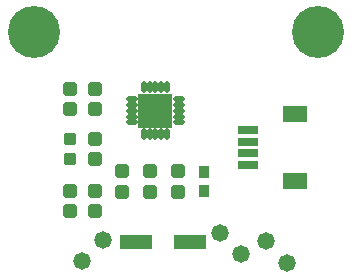
<source format=gts>
G04 Layer_Color=8388736*
%FSLAX44Y44*%
%MOMM*%
G71*
G01*
G75*
G04:AMPARAMS|DCode=28|XSize=1.0032mm|YSize=1.0032mm|CornerRadius=0.2016mm|HoleSize=0mm|Usage=FLASHONLY|Rotation=270.000|XOffset=0mm|YOffset=0mm|HoleType=Round|Shape=RoundedRectangle|*
%AMROUNDEDRECTD28*
21,1,1.0032,0.6000,0,0,270.0*
21,1,0.6000,1.0032,0,0,270.0*
1,1,0.4032,-0.3000,-0.3000*
1,1,0.4032,-0.3000,0.3000*
1,1,0.4032,0.3000,0.3000*
1,1,0.4032,0.3000,-0.3000*
%
%ADD28ROUNDEDRECTD28*%
%ADD29R,0.9032X1.0532*%
G04:AMPARAMS|DCode=30|XSize=1.2032mm|YSize=1.1032mm|CornerRadius=0.2141mm|HoleSize=0mm|Usage=FLASHONLY|Rotation=180.000|XOffset=0mm|YOffset=0mm|HoleType=Round|Shape=RoundedRectangle|*
%AMROUNDEDRECTD30*
21,1,1.2032,0.6750,0,0,180.0*
21,1,0.7750,1.1032,0,0,180.0*
1,1,0.4282,-0.3875,0.3375*
1,1,0.4282,0.3875,0.3375*
1,1,0.4282,0.3875,-0.3375*
1,1,0.4282,-0.3875,-0.3375*
%
%ADD30ROUNDEDRECTD30*%
%ADD31R,2.0032X1.4032*%
%ADD32R,1.7532X0.8032*%
%ADD33R,2.9032X2.9032*%
%ADD34O,1.0032X0.4532*%
%ADD35O,0.4532X1.0032*%
%ADD36R,2.7032X1.2032*%
%ADD37C,4.4032*%
%ADD38C,1.4732*%
D28*
X20000Y102250D02*
D03*
Y85250D02*
D03*
D29*
X133750Y58500D02*
D03*
Y74000D02*
D03*
D30*
X111250Y57750D02*
D03*
Y74750D02*
D03*
X87500Y57750D02*
D03*
Y74750D02*
D03*
X41250Y144750D02*
D03*
Y127750D02*
D03*
Y102250D02*
D03*
Y85250D02*
D03*
X63750Y74750D02*
D03*
Y57750D02*
D03*
X41250Y58500D02*
D03*
Y41500D02*
D03*
X20000Y127750D02*
D03*
Y144750D02*
D03*
Y41500D02*
D03*
Y58500D02*
D03*
D31*
X210250Y67000D02*
D03*
Y123000D02*
D03*
D32*
X171250Y80000D02*
D03*
Y90000D02*
D03*
Y100000D02*
D03*
Y110000D02*
D03*
D33*
X92500Y126250D02*
D03*
D34*
X112500Y136250D02*
D03*
Y131250D02*
D03*
Y126250D02*
D03*
Y121250D02*
D03*
Y116250D02*
D03*
X72500D02*
D03*
Y121250D02*
D03*
Y126250D02*
D03*
Y131250D02*
D03*
Y136250D02*
D03*
D35*
X102500Y106250D02*
D03*
X97500D02*
D03*
X92500D02*
D03*
X87500D02*
D03*
X82500D02*
D03*
Y146250D02*
D03*
X87500D02*
D03*
X92500D02*
D03*
X97500D02*
D03*
X102500D02*
D03*
D36*
X121750Y15000D02*
D03*
X75750D02*
D03*
D37*
X-10000Y192500D02*
D03*
X230000D02*
D03*
D38*
X48100Y16500D02*
D03*
X30140Y-1461D02*
D03*
X185790Y15461D02*
D03*
X203750Y-2500D02*
D03*
X147039Y22961D02*
D03*
X165000Y5000D02*
D03*
M02*

</source>
